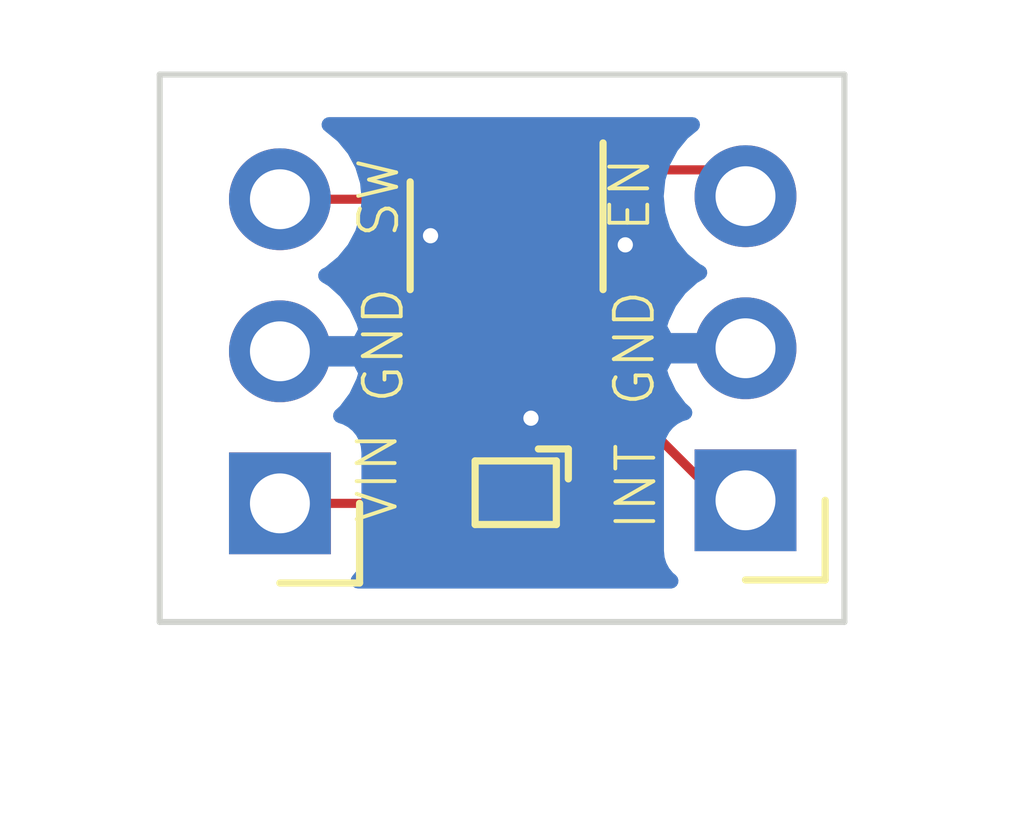
<source format=kicad_pcb>
(kicad_pcb (version 20171130) (host pcbnew "(5.1.4)-1")

  (general
    (thickness 1.6)
    (drawings 10)
    (tracks 34)
    (zones 0)
    (modules 4)
    (nets 8)
  )

  (page A4)
  (layers
    (0 Top signal)
    (31 Bottom signal)
    (32 B.Adhes user)
    (33 F.Adhes user)
    (34 B.Paste user)
    (35 F.Paste user)
    (36 B.SilkS user)
    (37 F.SilkS user)
    (38 B.Mask user)
    (39 F.Mask user)
    (40 Dwgs.User user)
    (41 Cmts.User user)
    (42 Eco1.User user)
    (43 Eco2.User user)
    (44 Edge.Cuts user)
    (45 Margin user)
    (46 B.CrtYd user)
    (47 F.CrtYd user)
    (48 B.Fab user)
    (49 F.Fab user)
  )

  (setup
    (last_trace_width 0.1524)
    (user_trace_width 0.1524)
    (user_trace_width 0.2032)
    (user_trace_width 0.254)
    (user_trace_width 0.3048)
    (user_trace_width 0.3556)
    (user_trace_width 0.4064)
    (user_trace_width 0.508)
    (user_trace_width 0.6096)
    (user_trace_width 0.762)
    (trace_clearance 0.1524)
    (zone_clearance 0.508)
    (zone_45_only no)
    (trace_min 0.1524)
    (via_size 0.8)
    (via_drill 0.4)
    (via_min_size 0.254)
    (via_min_drill 0.254)
    (user_via 0.508 0.254)
    (uvia_size 0.3)
    (uvia_drill 0.1)
    (uvias_allowed no)
    (uvia_min_size 0.2)
    (uvia_min_drill 0.1)
    (edge_width 0.1)
    (segment_width 0.2)
    (pcb_text_width 0.3)
    (pcb_text_size 1.5 1.5)
    (mod_edge_width 0.15)
    (mod_text_size 1 1)
    (mod_text_width 0.15)
    (pad_size 1.524 1.524)
    (pad_drill 0.762)
    (pad_to_mask_clearance 0.051)
    (solder_mask_min_width 0.25)
    (aux_axis_origin 0 0)
    (visible_elements 7FFFFFFF)
    (pcbplotparams
      (layerselection 0x010fc_ffffffff)
      (usegerberextensions false)
      (usegerberattributes false)
      (usegerberadvancedattributes false)
      (creategerberjobfile false)
      (excludeedgelayer true)
      (linewidth 0.100000)
      (plotframeref false)
      (viasonmask false)
      (mode 1)
      (useauxorigin false)
      (hpglpennumber 1)
      (hpglpenspeed 20)
      (hpglpendiameter 15.000000)
      (psnegative false)
      (psa4output false)
      (plotreference true)
      (plotvalue true)
      (plotinvisibletext false)
      (padsonsilk false)
      (subtractmaskfromsilk false)
      (outputformat 1)
      (mirror false)
      (drillshape 1)
      (scaleselection 1)
      (outputdirectory ""))
  )

  (net 0 "")
  (net 1 /SW)
  (net 2 /GND)
  (net 3 /VIN)
  (net 4 /LDO_EN)
  (net 5 /SW_INT)
  (net 6 /SW2v5)
  (net 7 "Net-(U2-Pad6)")

  (net_class Default "This is the default net class."
    (clearance 0.1524)
    (trace_width 0.1524)
    (via_dia 0.8)
    (via_drill 0.4)
    (uvia_dia 0.3)
    (uvia_drill 0.1)
    (add_net /GND)
    (add_net /LDO_EN)
    (add_net /SW)
    (add_net /SW2v5)
    (add_net /SW_INT)
    (add_net /VIN)
    (add_net "Net-(U2-Pad6)")
  )

  (module Package_TO_SOT_SMD:SOT-23-6 (layer Top) (tedit 5A02FF57) (tstamp 5E8A575E)
    (at 136.0932 89.3064 270)
    (descr "6-pin SOT-23 package")
    (tags SOT-23-6)
    (path /5E8F1EF9)
    (attr smd)
    (fp_text reference U2 (at 0 -2.9 90) (layer F.SilkS) hide
      (effects (font (size 1 1) (thickness 0.15)))
    )
    (fp_text value ATtiny10-TS (at 0 2.9 135) (layer F.Fab)
      (effects (font (size 1 1) (thickness 0.15)))
    )
    (fp_text user %R (at 0 0) (layer F.Fab)
      (effects (font (size 0.5 0.5) (thickness 0.075)))
    )
    (fp_line (start -0.9 1.61) (end 0.9 1.61) (layer F.SilkS) (width 0.12))
    (fp_line (start 0.9 -1.61) (end -1.55 -1.61) (layer F.SilkS) (width 0.12))
    (fp_line (start 1.9 -1.8) (end -1.9 -1.8) (layer F.CrtYd) (width 0.05))
    (fp_line (start 1.9 1.8) (end 1.9 -1.8) (layer F.CrtYd) (width 0.05))
    (fp_line (start -1.9 1.8) (end 1.9 1.8) (layer F.CrtYd) (width 0.05))
    (fp_line (start -1.9 -1.8) (end -1.9 1.8) (layer F.CrtYd) (width 0.05))
    (fp_line (start -0.9 -0.9) (end -0.25 -1.55) (layer F.Fab) (width 0.1))
    (fp_line (start 0.9 -1.55) (end -0.25 -1.55) (layer F.Fab) (width 0.1))
    (fp_line (start -0.9 -0.9) (end -0.9 1.55) (layer F.Fab) (width 0.1))
    (fp_line (start 0.9 1.55) (end -0.9 1.55) (layer F.Fab) (width 0.1))
    (fp_line (start 0.9 -1.55) (end 0.9 1.55) (layer F.Fab) (width 0.1))
    (pad 1 smd rect (at -1.1 -0.95 270) (size 1.06 0.65) (layers Top F.Paste F.Mask)
      (net 4 /LDO_EN))
    (pad 2 smd rect (at -1.1 0 270) (size 1.06 0.65) (layers Top F.Paste F.Mask)
      (net 2 /GND))
    (pad 3 smd rect (at -1.1 0.95 270) (size 1.06 0.65) (layers Top F.Paste F.Mask)
      (net 1 /SW))
    (pad 4 smd rect (at 1.1 0.95 270) (size 1.06 0.65) (layers Top F.Paste F.Mask)
      (net 5 /SW_INT))
    (pad 6 smd rect (at 1.1 -0.95 270) (size 1.06 0.65) (layers Top F.Paste F.Mask)
      (net 7 "Net-(U2-Pad6)"))
    (pad 5 smd rect (at 1.1 0 270) (size 1.06 0.65) (layers Top F.Paste F.Mask)
      (net 6 /SW2v5))
    (model ${KISYS3DMOD}/Package_TO_SOT_SMD.3dshapes/SOT-23-6.wrl
      (at (xyz 0 0 0))
      (scale (xyz 1 1 1))
      (rotate (xyz 0 0 0))
    )
  )

  (module Connector_PinHeader_2.54mm:PinHeader_1x03_P2.54mm_Vertical (layer Top) (tedit 5E89F409) (tstamp 5E8A5FB5)
    (at 140.081 93.726 180)
    (descr "Through hole straight pin header, 1x03, 2.54mm pitch, single row")
    (tags "Through hole pin header THT 1x03 2.54mm single row")
    (path /5E8F441F)
    (fp_text reference J2 (at 0 -2.33) (layer F.SilkS) hide
      (effects (font (size 1 1) (thickness 0.15)))
    )
    (fp_text value Conn_01x03 (at 0 7.41) (layer F.Fab)
      (effects (font (size 1 1) (thickness 0.15)))
    )
    (fp_text user %R (at 0 2.54 90) (layer F.Fab)
      (effects (font (size 1 1) (thickness 0.15)))
    )
    (fp_line (start 1.8 -1.8) (end -1.8 -1.8) (layer F.CrtYd) (width 0.05))
    (fp_line (start 1.8 6.85) (end 1.8 -1.8) (layer F.CrtYd) (width 0.05))
    (fp_line (start -1.8 6.85) (end 1.8 6.85) (layer F.CrtYd) (width 0.05))
    (fp_line (start -1.8 -1.8) (end -1.8 6.85) (layer F.CrtYd) (width 0.05))
    (fp_line (start -1.33 -1.33) (end 0 -1.33) (layer F.SilkS) (width 0.12))
    (fp_line (start -1.33 0) (end -1.33 -1.33) (layer F.SilkS) (width 0.12))
    (fp_line (start -1.27 -0.635) (end -0.635 -1.27) (layer F.Fab) (width 0.1))
    (fp_line (start -1.27 6.35) (end -1.27 -0.635) (layer F.Fab) (width 0.1))
    (fp_line (start 1.27 6.35) (end -1.27 6.35) (layer F.Fab) (width 0.1))
    (fp_line (start 1.27 -1.27) (end 1.27 6.35) (layer F.Fab) (width 0.1))
    (fp_line (start -0.635 -1.27) (end 1.27 -1.27) (layer F.Fab) (width 0.1))
    (pad 3 thru_hole oval (at 0 5.08 180) (size 1.7 1.7) (drill 1) (layers *.Cu *.Mask)
      (net 4 /LDO_EN))
    (pad 2 thru_hole oval (at 0 2.54 180) (size 1.7 1.7) (drill 1) (layers *.Cu *.Mask)
      (net 2 /GND))
    (pad 1 thru_hole rect (at 0 0 180) (size 1.7 1.7) (drill 1) (layers *.Cu *.Mask)
      (net 5 /SW_INT))
    (model ${KISYS3DMOD}/Connector_PinHeader_2.54mm.3dshapes/PinHeader_1x03_P2.54mm_Vertical.wrl
      (offset (xyz 0 0 -0.6096))
      (scale (xyz 1 1 1))
      (rotate (xyz 0 180 0))
    )
  )

  (module Connector_PinHeader_2.54mm:PinHeader_1x03_P2.54mm_Vertical (layer Top) (tedit 5E89F3F1) (tstamp 5E8A6375)
    (at 132.3086 93.7768 180)
    (descr "Through hole straight pin header, 1x03, 2.54mm pitch, single row")
    (tags "Through hole pin header THT 1x03 2.54mm single row")
    (path /5E8F3CC0)
    (fp_text reference J1 (at 0 -2.33) (layer F.SilkS) hide
      (effects (font (size 1 1) (thickness 0.15)))
    )
    (fp_text value Conn_01x03 (at 0 7.41) (layer F.Fab)
      (effects (font (size 1 1) (thickness 0.15)))
    )
    (fp_text user %R (at 0.2032 2.4384 180) (layer F.Fab)
      (effects (font (size 1 1) (thickness 0.15)))
    )
    (fp_line (start 1.8 -1.8) (end -1.8 -1.8) (layer F.CrtYd) (width 0.05))
    (fp_line (start 1.8 6.85) (end 1.8 -1.8) (layer F.CrtYd) (width 0.05))
    (fp_line (start -1.8 6.85) (end 1.8 6.85) (layer F.CrtYd) (width 0.05))
    (fp_line (start -1.8 -1.8) (end -1.8 6.85) (layer F.CrtYd) (width 0.05))
    (fp_line (start -1.33 -1.33) (end 0 -1.33) (layer F.SilkS) (width 0.12))
    (fp_line (start -1.33 0) (end -1.33 -1.33) (layer F.SilkS) (width 0.12))
    (fp_line (start -1.27 -0.635) (end -0.635 -1.27) (layer F.Fab) (width 0.1))
    (fp_line (start 1.27 6.35) (end -1.27 6.35) (layer F.Fab) (width 0.1))
    (fp_line (start 1.27 -1.27) (end 1.27 6.35) (layer F.Fab) (width 0.1))
    (fp_line (start -0.635 -1.27) (end 1.27 -1.27) (layer F.Fab) (width 0.1))
    (pad 3 thru_hole oval (at 0 5.08 180) (size 1.7 1.7) (drill 1) (layers *.Cu *.Mask)
      (net 1 /SW))
    (pad 2 thru_hole oval (at 0 2.54 180) (size 1.7 1.7) (drill 1) (layers *.Cu *.Mask)
      (net 2 /GND))
    (pad 1 thru_hole rect (at 0 0 180) (size 1.7 1.7) (drill 1) (layers *.Cu *.Mask)
      (net 3 /VIN))
    (model ${KISYS3DMOD}/Connector_PinHeader_2.54mm.3dshapes/PinHeader_1x03_P2.54mm_Vertical.wrl
      (offset (xyz 0 0 -0.6096))
      (scale (xyz 1 1 1))
      (rotate (xyz 0 180 0))
    )
  )

  (module Package_BGA:Texas_DSBGA-5_0.822x1.116mm_Layout2x1x2_P0.4mm (layer Top) (tedit 5A6F67B3) (tstamp 5E8A51A4)
    (at 136.2456 93.599 270)
    (descr "Texas Instruments, DSBGA, 0.822x1.116mm, 5 bump 2x1x2 array, NSMD pad definition (http://www.ti.com/lit/ds/symlink/opa330.pdf, http://www.ti.com/lit/an/snva009ag/snva009ag.pdf)")
    (tags "Texas Instruments DSBGA BGA YFF S-XBGA-N5")
    (path /5E8F1844)
    (solder_mask_margin 0.05)
    (attr smd)
    (fp_text reference U1 (at 0 -1.8 90) (layer F.SilkS) hide
      (effects (font (size 1 1) (thickness 0.15)))
    )
    (fp_text value LP3983ITL-2.5 (at 0 1.8 90) (layer F.Fab)
      (effects (font (size 1 1) (thickness 0.15)))
    )
    (fp_line (start -0.731 -0.878) (end -0.731 -0.378) (layer F.SilkS) (width 0.12))
    (fp_line (start -0.231 -0.878) (end -0.731 -0.878) (layer F.SilkS) (width 0.12))
    (fp_line (start -0.531 0.678) (end 0.531 0.678) (layer F.SilkS) (width 0.12))
    (fp_line (start 0.531 -0.678) (end 0.531 0.678) (layer F.SilkS) (width 0.12))
    (fp_line (start 0.531 -0.678) (end -0.531 -0.678) (layer F.SilkS) (width 0.12))
    (fp_line (start -0.531 -0.678) (end -0.531 0.678) (layer F.SilkS) (width 0.12))
    (fp_line (start -0.411 0.558) (end 0.411 0.558) (layer F.Fab) (width 0.1))
    (fp_line (start 0.411 0.558) (end 0.411 -0.558) (layer F.Fab) (width 0.1))
    (fp_line (start 0.411 -0.558) (end -0.211 -0.558) (layer F.Fab) (width 0.1))
    (fp_line (start -0.411 -0.358) (end -0.411 0.558) (layer F.Fab) (width 0.1))
    (fp_line (start -0.411 -0.358) (end -0.211 -0.558) (layer F.Fab) (width 0.1))
    (fp_line (start 1.42 1.56) (end -1.42 1.56) (layer F.CrtYd) (width 0.05))
    (fp_line (start 1.42 1.56) (end 1.42 -1.56) (layer F.CrtYd) (width 0.05))
    (fp_line (start -1.42 -1.56) (end -1.42 1.56) (layer F.CrtYd) (width 0.05))
    (fp_line (start -1.42 -1.56) (end 1.42 -1.56) (layer F.CrtYd) (width 0.05))
    (fp_text user %R (at 0 0) (layer F.Fab)
      (effects (font (size 0.3 0.3) (thickness 0.05)))
    )
    (pad "" smd rect (at 0 0 270) (size 0.25 0.25) (layers F.Paste))
    (pad "" smd rect (at -0.2 -0.3465 270) (size 0.25 0.25) (layers F.Paste))
    (pad "" smd rect (at 0.2 -0.3465 270) (size 0.25 0.25) (layers F.Paste))
    (pad "" smd rect (at 0.2 0.3465 270) (size 0.25 0.25) (layers F.Paste))
    (pad "" smd rect (at -0.2 0.3465 270) (size 0.25 0.25) (layers F.Paste))
    (pad B2 smd circle (at 0 0 270) (size 0.225 0.225) (layers Top F.Mask)
      (net 2 /GND))
    (pad A1 smd circle (at -0.2 -0.3465 270) (size 0.225 0.225) (layers Top F.Mask)
      (net 3 /VIN))
    (pad A3 smd circle (at 0.2 -0.3465 270) (size 0.225 0.225) (layers Top F.Mask))
    (pad C3 smd circle (at 0.2 0.3465 270) (size 0.225 0.225) (layers Top F.Mask)
      (net 3 /VIN))
    (pad C1 smd circle (at -0.2 0.3465 270) (size 0.225 0.225) (layers Top F.Mask)
      (net 6 /SW2v5))
    (model ${KISYS3DMOD}/Package_BGA.3dshapes/Texas_DSBGA-5_0.822x1.116mm_Layout2x1x2_P0.4mm.wrl
      (at (xyz 0 0 0))
      (scale (xyz 1 1 1))
      (rotate (xyz 0 0 0))
    )
  )

  (gr_line (start 130.302 95.758) (end 130.302 86.614) (layer Edge.Cuts) (width 0.1))
  (gr_line (start 141.732 95.758) (end 130.302 95.758) (layer Edge.Cuts) (width 0.1))
  (gr_line (start 141.732 86.614) (end 141.732 95.758) (layer Edge.Cuts) (width 0.1))
  (gr_line (start 130.302 86.614) (end 141.732 86.614) (layer Edge.Cuts) (width 0.1))
  (gr_text EN (at 138.1506 88.6206 90) (layer F.SilkS) (tstamp 5E8A583D)
    (effects (font (size 0.635 0.635) (thickness 0.0635)))
  )
  (gr_text INT (at 138.2522 93.4974 90) (layer F.SilkS) (tstamp 5E8A5821)
    (effects (font (size 0.635 0.635) (thickness 0.0635)))
  )
  (gr_text GND (at 138.2268 91.186 90) (layer F.SilkS) (tstamp 5E8A581A)
    (effects (font (size 0.635 0.635) (thickness 0.0635)))
  )
  (gr_text SW (at 133.9596 88.6714 90) (layer F.SilkS) (tstamp 5E8A553F)
    (effects (font (size 0.635 0.635) (thickness 0.0635)))
  )
  (gr_text GND (at 134.0358 91.1352 90) (layer F.SilkS) (tstamp 5E8A5537)
    (effects (font (size 0.635 0.635) (thickness 0.0635)))
  )
  (gr_text VIN (at 133.9342 93.345 90) (layer F.SilkS)
    (effects (font (size 0.635 0.635) (thickness 0.0635)))
  )

  (segment (start 134.6528 88.6968) (end 135.1432 88.2064) (width 0.1524) (layer Top) (net 1))
  (segment (start 132.3086 88.6968) (end 134.6528 88.6968) (width 0.1524) (layer Top) (net 1))
  (via (at 136.4996 92.3544) (size 0.508) (drill 0.254) (layers Top Bottom) (net 2))
  (segment (start 136.2456 93.599) (end 136.2456 92.6084) (width 0.1524) (layer Top) (net 2))
  (segment (start 136.2456 92.6084) (end 136.4996 92.3544) (width 0.1524) (layer Top) (net 2))
  (via (at 134.8232 89.3064) (size 0.508) (drill 0.254) (layers Top Bottom) (net 2))
  (segment (start 135.164599 88.965001) (end 134.8232 89.3064) (width 0.1524) (layer Top) (net 2))
  (segment (start 136.016999 88.965001) (end 135.164599 88.965001) (width 0.1524) (layer Top) (net 2))
  (segment (start 136.0932 88.2064) (end 136.0932 88.8888) (width 0.1524) (layer Top) (net 2))
  (segment (start 136.0932 88.8888) (end 136.016999 88.965001) (width 0.1524) (layer Top) (net 2))
  (via (at 138.0744 89.4588) (size 0.508) (drill 0.254) (layers Top Bottom) (net 2))
  (segment (start 137.580601 88.965001) (end 138.0744 89.4588) (width 0.1524) (layer Top) (net 2))
  (segment (start 136.0932 88.8888) (end 136.169401 88.965001) (width 0.1524) (layer Top) (net 2))
  (segment (start 136.169401 88.965001) (end 137.580601 88.965001) (width 0.1524) (layer Top) (net 2))
  (segment (start 135.8769 93.7768) (end 135.8991 93.799) (width 0.1524) (layer Top) (net 3))
  (segment (start 132.3086 93.7768) (end 135.8769 93.7768) (width 0.1524) (layer Top) (net 3))
  (segment (start 137.0108 93.399) (end 137.2362 93.6244) (width 0.1524) (layer Top) (net 3))
  (segment (start 137.2362 93.6244) (end 137.2362 94.1324) (width 0.1524) (layer Top) (net 3))
  (segment (start 136.5921 93.399) (end 137.0108 93.399) (width 0.1524) (layer Top) (net 3))
  (segment (start 137.2362 94.1324) (end 136.906 94.4626) (width 0.1524) (layer Top) (net 3))
  (segment (start 135.8991 94.0653) (end 135.8991 93.799) (width 0.1524) (layer Top) (net 3))
  (segment (start 136.906 94.4626) (end 136.2964 94.4626) (width 0.1524) (layer Top) (net 3))
  (segment (start 136.2964 94.4626) (end 135.8991 94.0653) (width 0.1524) (layer Top) (net 3))
  (segment (start 139.6414 88.2064) (end 140.081 88.646) (width 0.1524) (layer Top) (net 4))
  (segment (start 137.0432 88.2064) (end 139.6414 88.2064) (width 0.1524) (layer Top) (net 4))
  (segment (start 135.1432 89.724) (end 135.4592 89.408) (width 0.1524) (layer Top) (net 5))
  (segment (start 135.1432 90.4064) (end 135.1432 89.724) (width 0.1524) (layer Top) (net 5))
  (segment (start 135.4592 89.408) (end 137.311282 89.408) (width 0.1524) (layer Top) (net 5))
  (segment (start 137.311282 89.408) (end 138.3284 90.425118) (width 0.1524) (layer Top) (net 5))
  (segment (start 138.3284 90.425118) (end 138.3284 92.3798) (width 0.1524) (layer Top) (net 5))
  (segment (start 139.6746 93.726) (end 140.081 93.726) (width 0.1524) (layer Top) (net 5))
  (segment (start 138.3284 92.3798) (end 139.6746 93.726) (width 0.1524) (layer Top) (net 5))
  (segment (start 135.8991 90.6005) (end 136.0932 90.4064) (width 0.1524) (layer Top) (net 6))
  (segment (start 135.8991 93.399) (end 135.8991 90.6005) (width 0.1524) (layer Top) (net 6))

  (zone (net 2) (net_name /GND) (layer Bottom) (tstamp 0) (hatch edge 0.508)
    (connect_pads (clearance 0.508))
    (min_thickness 0.254)
    (fill yes (arc_segments 32) (thermal_gap 0.508) (thermal_bridge_width 0.508))
    (polygon
      (pts
        (xy 130.8862 87.3252) (xy 141.3256 87.3252) (xy 141.3256 95.2754) (xy 130.9116 95.2754)
      )
    )
    (filled_polygon
      (pts
        (xy 139.025866 87.590866) (xy 138.840294 87.816986) (xy 138.702401 88.074966) (xy 138.617487 88.354889) (xy 138.588815 88.646)
        (xy 138.617487 88.937111) (xy 138.702401 89.217034) (xy 138.840294 89.475014) (xy 139.025866 89.701134) (xy 139.251986 89.886706)
        (xy 139.316523 89.921201) (xy 139.199645 89.990822) (xy 138.983412 90.185731) (xy 138.809359 90.41908) (xy 138.684175 90.681901)
        (xy 138.639524 90.82911) (xy 138.760845 91.059) (xy 139.954 91.059) (xy 139.954 91.039) (xy 140.208 91.039)
        (xy 140.208 91.059) (xy 140.228 91.059) (xy 140.228 91.313) (xy 140.208 91.313) (xy 140.208 91.333)
        (xy 139.954 91.333) (xy 139.954 91.313) (xy 138.760845 91.313) (xy 138.639524 91.54289) (xy 138.684175 91.690099)
        (xy 138.809359 91.95292) (xy 138.983412 92.186269) (xy 139.067466 92.262034) (xy 138.98682 92.286498) (xy 138.876506 92.345463)
        (xy 138.779815 92.424815) (xy 138.700463 92.521506) (xy 138.641498 92.63182) (xy 138.605188 92.751518) (xy 138.592928 92.876)
        (xy 138.592928 94.576) (xy 138.605188 94.700482) (xy 138.641498 94.82018) (xy 138.700463 94.930494) (xy 138.779815 95.027185)
        (xy 138.835641 95.073) (xy 133.613876 95.073) (xy 133.689137 94.981294) (xy 133.748102 94.87098) (xy 133.784412 94.751282)
        (xy 133.796672 94.6268) (xy 133.796672 92.9268) (xy 133.784412 92.802318) (xy 133.748102 92.68262) (xy 133.689137 92.572306)
        (xy 133.609785 92.475615) (xy 133.513094 92.396263) (xy 133.40278 92.337298) (xy 133.322134 92.312834) (xy 133.406188 92.237069)
        (xy 133.580241 92.00372) (xy 133.705425 91.740899) (xy 133.750076 91.59369) (xy 133.628755 91.3638) (xy 132.4356 91.3638)
        (xy 132.4356 91.3838) (xy 132.1816 91.3838) (xy 132.1816 91.3638) (xy 132.1616 91.3638) (xy 132.1616 91.1098)
        (xy 132.1816 91.1098) (xy 132.1816 91.0898) (xy 132.4356 91.0898) (xy 132.4356 91.1098) (xy 133.628755 91.1098)
        (xy 133.750076 90.87991) (xy 133.705425 90.732701) (xy 133.580241 90.46988) (xy 133.406188 90.236531) (xy 133.189955 90.041622)
        (xy 133.073077 89.972001) (xy 133.137614 89.937506) (xy 133.363734 89.751934) (xy 133.549306 89.525814) (xy 133.687199 89.267834)
        (xy 133.772113 88.987911) (xy 133.800785 88.6968) (xy 133.772113 88.405689) (xy 133.687199 88.125766) (xy 133.549306 87.867786)
        (xy 133.363734 87.641666) (xy 133.137614 87.456094) (xy 133.130329 87.4522) (xy 139.194831 87.4522)
      )
    )
  )
)

</source>
